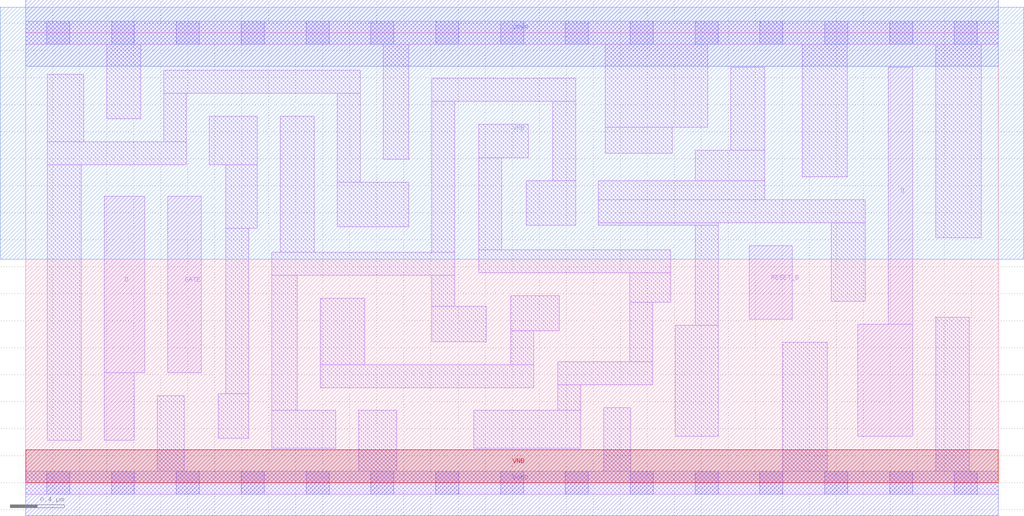
<source format=lef>
# Copyright 2020 The SkyWater PDK Authors
#
# Licensed under the Apache License, Version 2.0 (the "License");
# you may not use this file except in compliance with the License.
# You may obtain a copy of the License at
#
#     https://www.apache.org/licenses/LICENSE-2.0
#
# Unless required by applicable law or agreed to in writing, software
# distributed under the License is distributed on an "AS IS" BASIS,
# WITHOUT WARRANTIES OR CONDITIONS OF ANY KIND, either express or implied.
# See the License for the specific language governing permissions and
# limitations under the License.
#
# SPDX-License-Identifier: Apache-2.0

VERSION 5.7 ;
  NOWIREEXTENSIONATPIN ON ;
  DIVIDERCHAR "/" ;
  BUSBITCHARS "[]" ;
MACRO sky130_fd_sc_lp__dlrtp_2
  CLASS CORE ;
  FOREIGN sky130_fd_sc_lp__dlrtp_2 ;
  ORIGIN  0.000000  0.000000 ;
  SIZE  7.200000 BY  3.330000 ;
  SYMMETRY X Y R90 ;
  SITE unit ;
  PIN D
    ANTENNAGATEAREA  0.159000 ;
    DIRECTION INPUT ;
    USE SIGNAL ;
    PORT
      LAYER li1 ;
        RECT 0.580000 0.315000 0.805000 0.815000 ;
        RECT 0.580000 0.815000 0.880000 2.120000 ;
    END
  END D
  PIN Q
    ANTENNADIFFAREA  0.684600 ;
    DIRECTION OUTPUT ;
    USE SIGNAL ;
    PORT
      LAYER li1 ;
        RECT 6.160000 0.345000 6.565000 1.175000 ;
        RECT 6.385000 1.175000 6.565000 3.075000 ;
    END
  END Q
  PIN RESET_B
    ANTENNAGATEAREA  0.315000 ;
    DIRECTION INPUT ;
    USE SIGNAL ;
    PORT
      LAYER li1 ;
        RECT 5.355000 1.210000 5.675000 1.755000 ;
    END
  END RESET_B
  PIN GATE
    ANTENNAGATEAREA  0.159000 ;
    DIRECTION INPUT ;
    USE CLOCK ;
    PORT
      LAYER li1 ;
        RECT 1.050000 0.815000 1.300000 2.120000 ;
    END
  END GATE
  PIN VGND
    DIRECTION INOUT ;
    USE GROUND ;
    PORT
      LAYER met1 ;
        RECT 0.000000 -0.245000 7.200000 0.245000 ;
    END
  END VGND
  PIN VNB
    DIRECTION INOUT ;
    USE GROUND ;
    PORT
      LAYER pwell ;
        RECT 0.000000 0.000000 7.200000 0.245000 ;
    END
  END VNB
  PIN VPB
    DIRECTION INOUT ;
    USE POWER ;
    PORT
      LAYER nwell ;
        RECT -0.190000 1.655000 7.390000 3.520000 ;
    END
  END VPB
  PIN VPWR
    DIRECTION INOUT ;
    USE POWER ;
    PORT
      LAYER met1 ;
        RECT 0.000000 3.085000 7.200000 3.575000 ;
    END
  END VPWR
  OBS
    LAYER li1 ;
      RECT 0.000000 -0.085000 7.200000 0.085000 ;
      RECT 0.000000  3.245000 7.200000 3.415000 ;
      RECT 0.160000  0.315000 0.410000 2.355000 ;
      RECT 0.160000  2.355000 1.190000 2.525000 ;
      RECT 0.160000  2.525000 0.430000 3.025000 ;
      RECT 0.600000  2.695000 0.850000 3.245000 ;
      RECT 0.975000  0.085000 1.175000 0.645000 ;
      RECT 1.020000  2.525000 1.190000 2.885000 ;
      RECT 1.020000  2.885000 2.475000 3.055000 ;
      RECT 1.360000  2.355000 1.715000 2.715000 ;
      RECT 1.425000  0.330000 1.650000 0.660000 ;
      RECT 1.480000  0.660000 1.650000 1.885000 ;
      RECT 1.480000  1.885000 1.715000 2.355000 ;
      RECT 1.820000  0.255000 2.295000 0.535000 ;
      RECT 1.820000  0.535000 2.010000 1.535000 ;
      RECT 1.820000  1.535000 3.175000 1.705000 ;
      RECT 1.885000  1.705000 2.135000 2.715000 ;
      RECT 2.180000  0.705000 3.760000 0.875000 ;
      RECT 2.180000  0.875000 2.510000 1.365000 ;
      RECT 2.305000  1.895000 2.835000 2.225000 ;
      RECT 2.305000  2.225000 2.475000 2.885000 ;
      RECT 2.465000  0.085000 2.745000 0.535000 ;
      RECT 2.645000  2.395000 2.835000 3.245000 ;
      RECT 3.005000  1.045000 3.410000 1.305000 ;
      RECT 3.005000  1.305000 3.175000 1.535000 ;
      RECT 3.005000  1.705000 3.175000 2.825000 ;
      RECT 3.005000  2.825000 4.070000 2.995000 ;
      RECT 3.315000  0.255000 4.110000 0.535000 ;
      RECT 3.355000  1.555000 4.775000 1.725000 ;
      RECT 3.355000  1.725000 3.525000 2.405000 ;
      RECT 3.355000  2.405000 3.720000 2.655000 ;
      RECT 3.590000  0.875000 3.760000 1.125000 ;
      RECT 3.590000  1.125000 3.950000 1.385000 ;
      RECT 3.705000  1.905000 4.070000 2.235000 ;
      RECT 3.900000  2.235000 4.070000 2.825000 ;
      RECT 3.940000  0.535000 4.110000 0.725000 ;
      RECT 3.940000  0.725000 4.640000 0.895000 ;
      RECT 4.240000  1.905000 5.125000 1.925000 ;
      RECT 4.240000  1.925000 6.215000 2.095000 ;
      RECT 4.240000  2.095000 5.470000 2.235000 ;
      RECT 4.280000  0.085000 4.480000 0.555000 ;
      RECT 4.290000  2.440000 4.785000 2.630000 ;
      RECT 4.290000  2.630000 5.050000 3.245000 ;
      RECT 4.470000  0.895000 4.640000 1.335000 ;
      RECT 4.470000  1.335000 4.775000 1.555000 ;
      RECT 4.810000  0.345000 5.125000 1.165000 ;
      RECT 4.955000  1.165000 5.125000 1.905000 ;
      RECT 4.955000  2.235000 5.470000 2.460000 ;
      RECT 5.220000  2.460000 5.470000 3.075000 ;
      RECT 5.605000  0.085000 5.935000 1.040000 ;
      RECT 5.750000  2.265000 6.080000 3.245000 ;
      RECT 5.965000  1.345000 6.215000 1.925000 ;
      RECT 6.735000  0.085000 6.985000 1.225000 ;
      RECT 6.735000  1.815000 7.075000 3.245000 ;
    LAYER mcon ;
      RECT 0.155000 -0.085000 0.325000 0.085000 ;
      RECT 0.155000  3.245000 0.325000 3.415000 ;
      RECT 0.635000 -0.085000 0.805000 0.085000 ;
      RECT 0.635000  3.245000 0.805000 3.415000 ;
      RECT 1.115000 -0.085000 1.285000 0.085000 ;
      RECT 1.115000  3.245000 1.285000 3.415000 ;
      RECT 1.595000 -0.085000 1.765000 0.085000 ;
      RECT 1.595000  3.245000 1.765000 3.415000 ;
      RECT 2.075000 -0.085000 2.245000 0.085000 ;
      RECT 2.075000  3.245000 2.245000 3.415000 ;
      RECT 2.555000 -0.085000 2.725000 0.085000 ;
      RECT 2.555000  3.245000 2.725000 3.415000 ;
      RECT 3.035000 -0.085000 3.205000 0.085000 ;
      RECT 3.035000  3.245000 3.205000 3.415000 ;
      RECT 3.515000 -0.085000 3.685000 0.085000 ;
      RECT 3.515000  3.245000 3.685000 3.415000 ;
      RECT 3.995000 -0.085000 4.165000 0.085000 ;
      RECT 3.995000  3.245000 4.165000 3.415000 ;
      RECT 4.475000 -0.085000 4.645000 0.085000 ;
      RECT 4.475000  3.245000 4.645000 3.415000 ;
      RECT 4.955000 -0.085000 5.125000 0.085000 ;
      RECT 4.955000  3.245000 5.125000 3.415000 ;
      RECT 5.435000 -0.085000 5.605000 0.085000 ;
      RECT 5.435000  3.245000 5.605000 3.415000 ;
      RECT 5.915000 -0.085000 6.085000 0.085000 ;
      RECT 5.915000  3.245000 6.085000 3.415000 ;
      RECT 6.395000 -0.085000 6.565000 0.085000 ;
      RECT 6.395000  3.245000 6.565000 3.415000 ;
      RECT 6.875000 -0.085000 7.045000 0.085000 ;
      RECT 6.875000  3.245000 7.045000 3.415000 ;
  END
END sky130_fd_sc_lp__dlrtp_2
END LIBRARY

</source>
